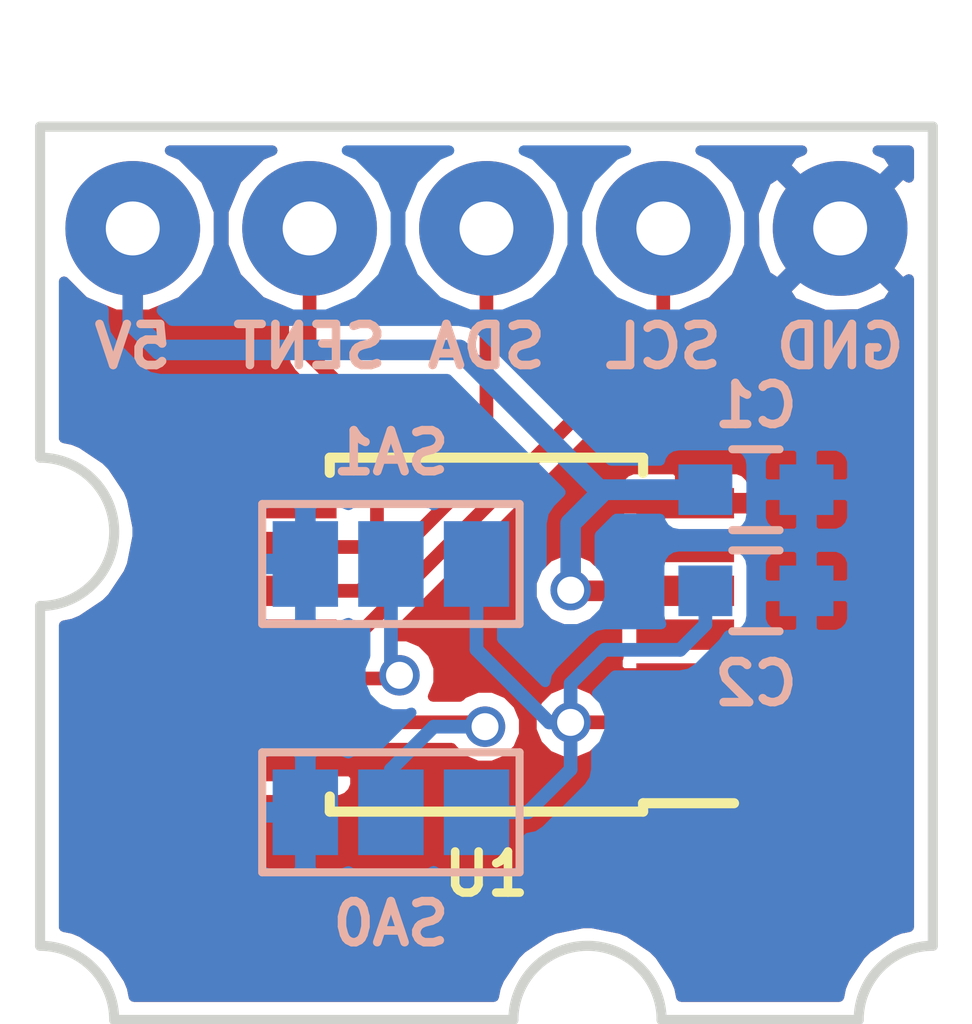
<source format=kicad_pcb>
(kicad_pcb (version 4) (host pcbnew 4.0.4+e1-6308~48~ubuntu15.10.1-stable)

  (general
    (links 19)
    (no_connects 0)
    (area 142.576562 95.7418 157.173439 111.085001)
    (thickness 1)
    (drawings 10)
    (tracks 47)
    (zones 0)
    (modules 10)
    (nets 9)
  )

  (page A4)
  (layers
    (0 F.Cu mixed)
    (31 B.Cu mixed)
    (32 B.Adhes user)
    (33 F.Adhes user)
    (34 B.Paste user)
    (35 F.Paste user)
    (36 B.SilkS user)
    (37 F.SilkS user)
    (38 B.Mask user)
    (39 F.Mask user)
    (40 Dwgs.User user)
    (41 Cmts.User user)
    (42 Eco1.User user)
    (43 Eco2.User user)
    (44 Edge.Cuts user)
    (45 Margin user)
    (46 B.CrtYd user)
    (47 F.CrtYd user)
    (48 B.Fab user)
    (49 F.Fab user)
  )

  (setup
    (last_trace_width 0.2032)
    (trace_clearance 0.2032)
    (zone_clearance 0.2032)
    (zone_45_only no)
    (trace_min 0.2)
    (segment_width 0.2)
    (edge_width 0.15)
    (via_size 0.6)
    (via_drill 0.4)
    (via_min_size 0.4)
    (via_min_drill 0.3)
    (uvia_size 0.3)
    (uvia_drill 0.1)
    (uvias_allowed no)
    (uvia_min_size 0)
    (uvia_min_drill 0)
    (pcb_text_width 0.3)
    (pcb_text_size 1.5 1.5)
    (mod_edge_width 0.15)
    (mod_text_size 0.6096 0.6096)
    (mod_text_width 0.127)
    (pad_size 1.524 1.524)
    (pad_drill 0.762)
    (pad_to_mask_clearance 0.1016)
    (solder_mask_min_width 0.32)
    (pad_to_paste_clearance -0.0762)
    (aux_axis_origin 143.25 97.76)
    (grid_origin 143.25 97.76)
    (visible_elements FFFEFF7F)
    (pcbplotparams
      (layerselection 0x00030_80000001)
      (usegerberextensions false)
      (excludeedgelayer true)
      (linewidth 0.100000)
      (plotframeref false)
      (viasonmask false)
      (mode 1)
      (useauxorigin false)
      (hpglpennumber 1)
      (hpglpenspeed 20)
      (hpglpendiameter 15)
      (hpglpenoverlay 2)
      (psnegative false)
      (psa4output false)
      (plotreference true)
      (plotvalue true)
      (plotinvisibletext false)
      (padsonsilk false)
      (subtractmaskfromsilk false)
      (outputformat 1)
      (mirror false)
      (drillshape 1)
      (scaleselection 1)
      (outputdirectory ""))
  )

  (net 0 "")
  (net 1 "Net-(J2-Pad1)")
  (net 2 "Net-(J3-Pad1)")
  (net 3 "Net-(J4-Pad1)")
  (net 4 GND)
  (net 5 +5V)
  (net 6 "Net-(C2-Pad1)")
  (net 7 "Net-(J6-Pad2)")
  (net 8 "Net-(J7-Pad2)")

  (net_class Default "This is the default net class."
    (clearance 0.2032)
    (trace_width 0.2032)
    (via_dia 0.6)
    (via_drill 0.4)
    (uvia_dia 0.3)
    (uvia_drill 0.1)
    (add_net "Net-(C2-Pad1)")
    (add_net "Net-(J2-Pad1)")
    (add_net "Net-(J3-Pad1)")
    (add_net "Net-(J4-Pad1)")
    (add_net "Net-(J6-Pad2)")
    (add_net "Net-(J7-Pad2)")
  )

  (net_class PWR ""
    (clearance 0.2032)
    (trace_width 0.3048)
    (via_dia 0.6)
    (via_drill 0.4)
    (uvia_dia 0.3)
    (uvia_drill 0.1)
    (add_net +5V)
    (add_net GND)
  )

  (module Wire_Pads:SolderWirePad_single_0-8mmDrill (layer B.Cu) (tedit 594F33FF) (tstamp 594A8135)
    (at 144.625 99.27)
    (path /594A81BD)
    (fp_text reference 5V (at 0 1.75) (layer B.SilkS)
      (effects (font (size 0.6096 0.6096) (thickness 0.127)) (justify mirror))
    )
    (fp_text value 5V (at 0 -2.54) (layer B.Fab)
      (effects (font (size 1 1) (thickness 0.15)) (justify mirror))
    )
    (pad 1 thru_hole circle (at 0 0) (size 1.99898 1.99898) (drill 0.8001) (layers *.Cu *.Mask)
      (net 5 +5V))
  )

  (module Wire_Pads:SolderWirePad_single_0-8mmDrill (layer B.Cu) (tedit 594F33E5) (tstamp 594A813A)
    (at 149.875 99.27)
    (path /5949AA76)
    (fp_text reference SDA (at 0 1.75) (layer B.SilkS)
      (effects (font (size 0.6096 0.6096) (thickness 0.127)) (justify mirror))
    )
    (fp_text value SDA (at 0 -2.54) (layer B.Fab)
      (effects (font (size 1 1) (thickness 0.15)) (justify mirror))
    )
    (pad 1 thru_hole circle (at 0 0) (size 1.99898 1.99898) (drill 0.8001) (layers *.Cu *.Mask)
      (net 1 "Net-(J2-Pad1)"))
  )

  (module Wire_Pads:SolderWirePad_single_0-8mmDrill (layer B.Cu) (tedit 594F33F6) (tstamp 594A813F)
    (at 152.5 99.27)
    (path /594A81EA)
    (fp_text reference SCL (at 0 1.75) (layer B.SilkS)
      (effects (font (size 0.6096 0.6096) (thickness 0.127)) (justify mirror))
    )
    (fp_text value SCL (at 0 -2.54) (layer B.Fab)
      (effects (font (size 1 1) (thickness 0.15)) (justify mirror))
    )
    (pad 1 thru_hole circle (at 0 0) (size 1.99898 1.99898) (drill 0.8001) (layers *.Cu *.Mask)
      (net 2 "Net-(J3-Pad1)"))
  )

  (module Wire_Pads:SolderWirePad_single_0-8mmDrill (layer B.Cu) (tedit 594F33D3) (tstamp 594A8144)
    (at 147.25 99.27)
    (path /594A8210)
    (fp_text reference SENT (at 0 1.75) (layer B.SilkS)
      (effects (font (size 0.6096 0.6096) (thickness 0.127)) (justify mirror))
    )
    (fp_text value SENT (at 0 -2.54) (layer B.Fab)
      (effects (font (size 1 1) (thickness 0.15)) (justify mirror))
    )
    (pad 1 thru_hole circle (at 0 0) (size 1.99898 1.99898) (drill 0.8001) (layers *.Cu *.Mask)
      (net 3 "Net-(J4-Pad1)"))
  )

  (module Wire_Pads:SolderWirePad_single_0-8mmDrill (layer B.Cu) (tedit 594F33BA) (tstamp 594A8149)
    (at 155.125 99.27)
    (path /594A823F)
    (fp_text reference GND (at 0 1.75) (layer B.SilkS)
      (effects (font (size 0.6096 0.6096) (thickness 0.127)) (justify mirror))
    )
    (fp_text value GND (at 0 -2.54) (layer B.Fab)
      (effects (font (size 1 1) (thickness 0.15)) (justify mirror))
    )
    (pad 1 thru_hole circle (at 0 0) (size 1.99898 1.99898) (drill 0.8001) (layers *.Cu *.Mask)
      (net 4 GND))
  )

  (module Housings_SSOP:TSSOP-14_4.4x5mm_Pitch0.65mm (layer F.Cu) (tedit 54130A77) (tstamp 594A8160)
    (at 149.875 105.295 180)
    (descr "14-Lead Plastic Thin Shrink Small Outline (ST)-4.4 mm Body [TSSOP] (see Microchip Packaging Specification 00000049BS.pdf)")
    (tags "SSOP 0.65")
    (path /594A7FD0)
    (attr smd)
    (fp_text reference U1 (at 0 -3.55 180) (layer F.SilkS)
      (effects (font (size 0.6096 0.6096) (thickness 0.127)))
    )
    (fp_text value Generic_TSSOP-14 (at 0 3.55 180) (layer F.Fab)
      (effects (font (size 1 1) (thickness 0.15)))
    )
    (fp_line (start -1.2 -2.5) (end 2.2 -2.5) (layer F.Fab) (width 0.15))
    (fp_line (start 2.2 -2.5) (end 2.2 2.5) (layer F.Fab) (width 0.15))
    (fp_line (start 2.2 2.5) (end -2.2 2.5) (layer F.Fab) (width 0.15))
    (fp_line (start -2.2 2.5) (end -2.2 -1.5) (layer F.Fab) (width 0.15))
    (fp_line (start -2.2 -1.5) (end -1.2 -2.5) (layer F.Fab) (width 0.15))
    (fp_line (start -3.95 -2.8) (end -3.95 2.8) (layer F.CrtYd) (width 0.05))
    (fp_line (start 3.95 -2.8) (end 3.95 2.8) (layer F.CrtYd) (width 0.05))
    (fp_line (start -3.95 -2.8) (end 3.95 -2.8) (layer F.CrtYd) (width 0.05))
    (fp_line (start -3.95 2.8) (end 3.95 2.8) (layer F.CrtYd) (width 0.05))
    (fp_line (start -2.325 -2.625) (end -2.325 -2.5) (layer F.SilkS) (width 0.15))
    (fp_line (start 2.325 -2.625) (end 2.325 -2.4) (layer F.SilkS) (width 0.15))
    (fp_line (start 2.325 2.625) (end 2.325 2.4) (layer F.SilkS) (width 0.15))
    (fp_line (start -2.325 2.625) (end -2.325 2.4) (layer F.SilkS) (width 0.15))
    (fp_line (start -2.325 -2.625) (end 2.325 -2.625) (layer F.SilkS) (width 0.15))
    (fp_line (start -2.325 2.625) (end 2.325 2.625) (layer F.SilkS) (width 0.15))
    (fp_line (start -2.325 -2.5) (end -3.675 -2.5) (layer F.SilkS) (width 0.15))
    (fp_text user %R (at 0 0 180) (layer F.Fab)
      (effects (font (size 0.8 0.8) (thickness 0.15)))
    )
    (pad 1 smd rect (at -2.95 -1.95 180) (size 1.45 0.45) (layers F.Cu F.Paste F.Mask)
      (net 4 GND))
    (pad 2 smd rect (at -2.95 -1.3 180) (size 1.45 0.45) (layers F.Cu F.Paste F.Mask)
      (net 6 "Net-(C2-Pad1)"))
    (pad 3 smd rect (at -2.95 -0.65 180) (size 1.45 0.45) (layers F.Cu F.Paste F.Mask)
      (net 4 GND))
    (pad 4 smd rect (at -2.95 0 180) (size 1.45 0.45) (layers F.Cu F.Paste F.Mask))
    (pad 5 smd rect (at -2.95 0.65 180) (size 1.45 0.45) (layers F.Cu F.Paste F.Mask)
      (net 5 +5V))
    (pad 6 smd rect (at -2.95 1.3 180) (size 1.45 0.45) (layers F.Cu F.Paste F.Mask))
    (pad 7 smd rect (at -2.95 1.95 180) (size 1.45 0.45) (layers F.Cu F.Paste F.Mask)
      (net 4 GND))
    (pad 8 smd rect (at 2.95 1.95 180) (size 1.45 0.45) (layers F.Cu F.Paste F.Mask)
      (net 4 GND))
    (pad 9 smd rect (at 2.95 1.3 180) (size 1.45 0.45) (layers F.Cu F.Paste F.Mask)
      (net 3 "Net-(J4-Pad1)"))
    (pad 10 smd rect (at 2.95 0.65 180) (size 1.45 0.45) (layers F.Cu F.Paste F.Mask)
      (net 1 "Net-(J2-Pad1)"))
    (pad 11 smd rect (at 2.95 0 180) (size 1.45 0.45) (layers F.Cu F.Paste F.Mask)
      (net 2 "Net-(J3-Pad1)"))
    (pad 12 smd rect (at 2.95 -0.65 180) (size 1.45 0.45) (layers F.Cu F.Paste F.Mask)
      (net 8 "Net-(J7-Pad2)"))
    (pad 13 smd rect (at 2.95 -1.3 180) (size 1.45 0.45) (layers F.Cu F.Paste F.Mask)
      (net 7 "Net-(J6-Pad2)"))
    (pad 14 smd rect (at 2.95 -1.95 180) (size 1.45 0.45) (layers F.Cu F.Paste F.Mask)
      (net 4 GND))
    (model ${KISYS3DMOD}/Housings_SSOP.3dshapes/TSSOP-14_4.4x5mm_Pitch0.65mm.wrl
      (at (xyz 0 0 0))
      (scale (xyz 1 1 1))
      (rotate (xyz 0 0 0))
    )
  )

  (module Capacitors_SMD:C_0603 (layer B.Cu) (tedit 594F32B5) (tstamp 594F80B6)
    (at 153.875 103.145)
    (descr "Capacitor SMD 0603, reflow soldering, AVX (see smccp.pdf)")
    (tags "capacitor 0603")
    (path /594F29FA)
    (attr smd)
    (fp_text reference C1 (at 0 -1.25) (layer B.SilkS)
      (effects (font (size 0.6096 0.6096) (thickness 0.127)) (justify mirror))
    )
    (fp_text value 100n (at 0 -1.5) (layer B.Fab)
      (effects (font (size 1 1) (thickness 0.15)) (justify mirror))
    )
    (fp_text user %R (at 0 1.5) (layer B.Fab)
      (effects (font (size 1 1) (thickness 0.15)) (justify mirror))
    )
    (fp_line (start -0.8 -0.4) (end -0.8 0.4) (layer B.Fab) (width 0.1))
    (fp_line (start 0.8 -0.4) (end -0.8 -0.4) (layer B.Fab) (width 0.1))
    (fp_line (start 0.8 0.4) (end 0.8 -0.4) (layer B.Fab) (width 0.1))
    (fp_line (start -0.8 0.4) (end 0.8 0.4) (layer B.Fab) (width 0.1))
    (fp_line (start -0.35 0.6) (end 0.35 0.6) (layer B.SilkS) (width 0.12))
    (fp_line (start 0.35 -0.6) (end -0.35 -0.6) (layer B.SilkS) (width 0.12))
    (fp_line (start -1.4 0.65) (end 1.4 0.65) (layer B.CrtYd) (width 0.05))
    (fp_line (start -1.4 0.65) (end -1.4 -0.65) (layer B.CrtYd) (width 0.05))
    (fp_line (start 1.4 -0.65) (end 1.4 0.65) (layer B.CrtYd) (width 0.05))
    (fp_line (start 1.4 -0.65) (end -1.4 -0.65) (layer B.CrtYd) (width 0.05))
    (pad 1 smd rect (at -0.75 0) (size 0.8 0.75) (layers B.Cu B.Paste B.Mask)
      (net 5 +5V))
    (pad 2 smd rect (at 0.75 0) (size 0.8 0.75) (layers B.Cu B.Paste B.Mask)
      (net 4 GND))
    (model Capacitors_SMD.3dshapes/C_0603.wrl
      (at (xyz 0 0 0))
      (scale (xyz 1 1 1))
      (rotate (xyz 0 0 0))
    )
  )

  (module Capacitors_SMD:C_0603 (layer B.Cu) (tedit 594F32C6) (tstamp 594F80BC)
    (at 153.875 104.645)
    (descr "Capacitor SMD 0603, reflow soldering, AVX (see smccp.pdf)")
    (tags "capacitor 0603")
    (path /594F23C2)
    (attr smd)
    (fp_text reference C2 (at 0 1.375) (layer B.SilkS)
      (effects (font (size 0.6096 0.6096) (thickness 0.127)) (justify mirror))
    )
    (fp_text value 100n (at 0 -1.5) (layer B.Fab)
      (effects (font (size 1 1) (thickness 0.15)) (justify mirror))
    )
    (fp_text user %R (at 0 1.5) (layer B.Fab)
      (effects (font (size 1 1) (thickness 0.15)) (justify mirror))
    )
    (fp_line (start -0.8 -0.4) (end -0.8 0.4) (layer B.Fab) (width 0.1))
    (fp_line (start 0.8 -0.4) (end -0.8 -0.4) (layer B.Fab) (width 0.1))
    (fp_line (start 0.8 0.4) (end 0.8 -0.4) (layer B.Fab) (width 0.1))
    (fp_line (start -0.8 0.4) (end 0.8 0.4) (layer B.Fab) (width 0.1))
    (fp_line (start -0.35 0.6) (end 0.35 0.6) (layer B.SilkS) (width 0.12))
    (fp_line (start 0.35 -0.6) (end -0.35 -0.6) (layer B.SilkS) (width 0.12))
    (fp_line (start -1.4 0.65) (end 1.4 0.65) (layer B.CrtYd) (width 0.05))
    (fp_line (start -1.4 0.65) (end -1.4 -0.65) (layer B.CrtYd) (width 0.05))
    (fp_line (start 1.4 -0.65) (end 1.4 0.65) (layer B.CrtYd) (width 0.05))
    (fp_line (start 1.4 -0.65) (end -1.4 -0.65) (layer B.CrtYd) (width 0.05))
    (pad 1 smd rect (at -0.75 0) (size 0.8 0.75) (layers B.Cu B.Paste B.Mask)
      (net 6 "Net-(C2-Pad1)"))
    (pad 2 smd rect (at 0.75 0) (size 0.8 0.75) (layers B.Cu B.Paste B.Mask)
      (net 4 GND))
    (model Capacitors_SMD.3dshapes/C_0603.wrl
      (at (xyz 0 0 0))
      (scale (xyz 1 1 1))
      (rotate (xyz 0 0 0))
    )
  )

  (module Connectors:GS3 (layer B.Cu) (tedit 5952D390) (tstamp 594F80C3)
    (at 148.457 107.93 270)
    (descr "3-pin solder bridge")
    (tags "solder bridge")
    (path /594F2E78)
    (attr smd)
    (fp_text reference SA0 (at 1.651 0 360) (layer B.SilkS)
      (effects (font (size 0.6096 0.6096) (thickness 0.127)) (justify mirror))
    )
    (fp_text value GS3 (at 1.8 0 540) (layer B.Fab)
      (effects (font (size 1 1) (thickness 0.15)) (justify mirror))
    )
    (fp_line (start -1.15 2.15) (end 1.15 2.15) (layer B.CrtYd) (width 0.05))
    (fp_line (start 1.15 2.15) (end 1.15 -2.15) (layer B.CrtYd) (width 0.05))
    (fp_line (start 1.15 -2.15) (end -1.15 -2.15) (layer B.CrtYd) (width 0.05))
    (fp_line (start -1.15 -2.15) (end -1.15 2.15) (layer B.CrtYd) (width 0.05))
    (fp_line (start -0.89 1.91) (end -0.89 -1.91) (layer B.SilkS) (width 0.12))
    (fp_line (start -0.89 -1.91) (end 0.89 -1.91) (layer B.SilkS) (width 0.12))
    (fp_line (start 0.89 -1.91) (end 0.89 1.91) (layer B.SilkS) (width 0.12))
    (fp_line (start -0.89 1.91) (end 0.89 1.91) (layer B.SilkS) (width 0.12))
    (pad 1 smd rect (at 0 1.27 270) (size 1.27 0.97) (layers B.Cu B.Paste B.Mask)
      (net 4 GND))
    (pad 2 smd rect (at 0 0 270) (size 1.27 0.97) (layers B.Cu B.Paste B.Mask)
      (net 7 "Net-(J6-Pad2)"))
    (pad 3 smd rect (at 0 -1.27 270) (size 1.27 0.97) (layers B.Cu B.Paste B.Mask)
      (net 6 "Net-(C2-Pad1)"))
  )

  (module Connectors:GS3 (layer B.Cu) (tedit 5952D3C5) (tstamp 594F80CA)
    (at 148.457 104.247 270)
    (descr "3-pin solder bridge")
    (tags "solder bridge")
    (path /594F2F74)
    (attr smd)
    (fp_text reference SA1 (at -1.651 0 360) (layer B.SilkS)
      (effects (font (size 0.6096 0.6096) (thickness 0.127)) (justify mirror))
    )
    (fp_text value GS3 (at 1.8 0 540) (layer B.Fab)
      (effects (font (size 1 1) (thickness 0.15)) (justify mirror))
    )
    (fp_line (start -1.15 2.15) (end 1.15 2.15) (layer B.CrtYd) (width 0.05))
    (fp_line (start 1.15 2.15) (end 1.15 -2.15) (layer B.CrtYd) (width 0.05))
    (fp_line (start 1.15 -2.15) (end -1.15 -2.15) (layer B.CrtYd) (width 0.05))
    (fp_line (start -1.15 -2.15) (end -1.15 2.15) (layer B.CrtYd) (width 0.05))
    (fp_line (start -0.89 1.91) (end -0.89 -1.91) (layer B.SilkS) (width 0.12))
    (fp_line (start -0.89 -1.91) (end 0.89 -1.91) (layer B.SilkS) (width 0.12))
    (fp_line (start 0.89 -1.91) (end 0.89 1.91) (layer B.SilkS) (width 0.12))
    (fp_line (start -0.89 1.91) (end 0.89 1.91) (layer B.SilkS) (width 0.12))
    (pad 1 smd rect (at 0 1.27 270) (size 1.27 0.97) (layers B.Cu B.Paste B.Mask)
      (net 4 GND))
    (pad 2 smd rect (at 0 0 270) (size 1.27 0.97) (layers B.Cu B.Paste B.Mask)
      (net 8 "Net-(J7-Pad2)"))
    (pad 3 smd rect (at 0 -1.27 270) (size 1.27 0.97) (layers B.Cu B.Paste B.Mask)
      (net 6 "Net-(C2-Pad1)"))
  )

  (gr_line (start 155.4 111.01) (end 152.475 111.01) (angle 90) (layer Edge.Cuts) (width 0.15))
  (gr_arc (start 151.375 111.01) (end 150.275 111.01) (angle 180) (layer Edge.Cuts) (width 0.15))
  (gr_arc (start 156.5 111.01) (end 155.4 111.01) (angle 90) (layer Edge.Cuts) (width 0.15))
  (gr_arc (start 143.25 111.01) (end 143.25 109.91) (angle 90) (layer Edge.Cuts) (width 0.15))
  (gr_line (start 143.25 97.76) (end 143.25 102.67) (angle 90) (layer Edge.Cuts) (width 0.15))
  (gr_arc (start 143.25 103.77) (end 143.25 102.67) (angle 180) (layer Edge.Cuts) (width 0.15))
  (gr_line (start 143.25 109.91) (end 143.25 104.87) (angle 90) (layer Edge.Cuts) (width 0.15))
  (gr_line (start 150.275 111.01) (end 144.35 111.01) (angle 90) (layer Edge.Cuts) (width 0.15))
  (gr_line (start 156.5 97.76) (end 156.5 109.91) (angle 90) (layer Edge.Cuts) (width 0.15))
  (gr_line (start 143.25 97.76) (end 156.5 97.76) (angle 90) (layer Edge.Cuts) (width 0.15))

  (segment (start 146.925 104.645) (end 148 104.645) (width 0.2032) (layer F.Cu) (net 1))
  (segment (start 149.875 102.77) (end 149.875 99.27) (width 0.2032) (layer F.Cu) (net 1) (tstamp 5952CF5D))
  (segment (start 148 104.645) (end 149.875 102.77) (width 0.2032) (layer F.Cu) (net 1) (tstamp 5952CF59))
  (segment (start 146.925 105.295) (end 147.975 105.295) (width 0.2032) (layer F.Cu) (net 2))
  (segment (start 152.5 100.77) (end 152.5 99.27) (width 0.2032) (layer F.Cu) (net 2) (tstamp 5952CF85))
  (segment (start 147.975 105.295) (end 152.5 100.77) (width 0.2032) (layer F.Cu) (net 2) (tstamp 5952CF7B))
  (segment (start 146.925 103.995) (end 148.025 103.995) (width 0.2032) (layer F.Cu) (net 3))
  (segment (start 147.25 101.145) (end 147.25 99.27) (width 0.2032) (layer F.Cu) (net 3) (tstamp 5952CE8D))
  (segment (start 148.25 102.145) (end 147.25 101.145) (width 0.2032) (layer F.Cu) (net 3) (tstamp 5952CE88))
  (segment (start 148.25 103.77) (end 148.25 102.145) (width 0.2032) (layer F.Cu) (net 3) (tstamp 5952CE81))
  (segment (start 148.025 103.995) (end 148.25 103.77) (width 0.2032) (layer F.Cu) (net 3) (tstamp 5952CE7C))
  (segment (start 153.125 103.145) (end 151.546 103.145) (width 0.3048) (layer B.Cu) (net 5))
  (segment (start 144.625 100.669) (end 144.625 99.27) (width 0.3048) (layer B.Cu) (net 5) (tstamp 594F841B))
  (segment (start 145.028 101.072) (end 144.625 100.669) (width 0.3048) (layer B.Cu) (net 5) (tstamp 594F841A))
  (segment (start 149.473 101.072) (end 145.028 101.072) (width 0.3048) (layer B.Cu) (net 5) (tstamp 594F8418))
  (segment (start 151.546 103.145) (end 149.473 101.072) (width 0.3048) (layer B.Cu) (net 5) (tstamp 594F8416))
  (segment (start 151.125 104.635) (end 151.125 103.645) (width 0.3048) (layer B.Cu) (net 5))
  (segment (start 152.825 104.645) (end 151.135 104.645) (width 0.3048) (layer F.Cu) (net 5))
  (segment (start 151.135 104.645) (end 151.125 104.635) (width 0.3048) (layer F.Cu) (net 5) (tstamp 594F82BF))
  (via (at 151.125 104.635) (size 0.6) (drill 0.4) (layers F.Cu B.Cu) (net 5))
  (segment (start 151.625 103.145) (end 153.125 103.145) (width 0.3048) (layer B.Cu) (net 5) (tstamp 594F837B))
  (segment (start 151.125 103.645) (end 151.625 103.145) (width 0.3048) (layer B.Cu) (net 5) (tstamp 594F837A))
  (segment (start 151.124 106.5965) (end 150.8065 106.5965) (width 0.2032) (layer B.Cu) (net 6))
  (segment (start 149.727 105.517) (end 149.727 104.247) (width 0.2032) (layer B.Cu) (net 6) (tstamp 5952D2C2))
  (segment (start 150.8065 106.5965) (end 149.727 105.517) (width 0.2032) (layer B.Cu) (net 6) (tstamp 5952D2BB))
  (segment (start 151.124 106.5965) (end 151.124 107.295) (width 0.2032) (layer B.Cu) (net 6))
  (segment (start 150.489 107.93) (end 149.727 107.93) (width 0.2032) (layer B.Cu) (net 6) (tstamp 5952D297))
  (segment (start 151.124 107.295) (end 150.489 107.93) (width 0.2032) (layer B.Cu) (net 6) (tstamp 5952D290))
  (segment (start 151.124 106.5965) (end 151.124 106.021) (width 0.2032) (layer B.Cu) (net 6))
  (segment (start 151.1255 106.595) (end 151.124 106.5965) (width 0.2032) (layer F.Cu) (net 6) (tstamp 594F8306))
  (via (at 151.124 106.5965) (size 0.6) (drill 0.4) (layers F.Cu B.Cu) (net 6))
  (segment (start 152.825 106.595) (end 151.1255 106.595) (width 0.2032) (layer F.Cu) (net 6))
  (segment (start 153.125 105.145) (end 153.125 104.645) (width 0.2032) (layer B.Cu) (net 6) (tstamp 594F8377))
  (segment (start 152.75 105.52) (end 153.125 105.145) (width 0.2032) (layer B.Cu) (net 6) (tstamp 594F8376))
  (segment (start 151.625 105.52) (end 152.75 105.52) (width 0.2032) (layer B.Cu) (net 6) (tstamp 594F8375))
  (segment (start 151.124 106.021) (end 151.625 105.52) (width 0.2032) (layer B.Cu) (net 6) (tstamp 594F8374))
  (segment (start 148.457 107.93) (end 148.457 107.295) (width 0.2032) (layer B.Cu) (net 7))
  (segment (start 148.457 107.295) (end 149.092 106.66) (width 0.2032) (layer B.Cu) (net 7) (tstamp 5952D2C8))
  (segment (start 149.092 106.66) (end 149.854 106.66) (width 0.2032) (layer B.Cu) (net 7) (tstamp 5952D2D3))
  (via (at 149.854 106.66) (size 0.6) (drill 0.4) (layers F.Cu B.Cu) (net 7))
  (segment (start 149.854 106.66) (end 149.789 106.595) (width 0.2032) (layer F.Cu) (net 7) (tstamp 5952D2DA))
  (segment (start 149.789 106.595) (end 146.925 106.595) (width 0.2032) (layer F.Cu) (net 7) (tstamp 5952D2DB))
  (segment (start 148.457 104.247) (end 148.457 105.771) (width 0.2032) (layer B.Cu) (net 8))
  (segment (start 148.537 105.945) (end 146.925 105.945) (width 0.2032) (layer F.Cu) (net 8) (tstamp 5952D2F3))
  (segment (start 148.584 105.898) (end 148.537 105.945) (width 0.2032) (layer F.Cu) (net 8) (tstamp 5952D2F2))
  (via (at 148.584 105.898) (size 0.6) (drill 0.4) (layers F.Cu B.Cu) (net 8))
  (segment (start 148.457 105.771) (end 148.584 105.898) (width 0.2032) (layer B.Cu) (net 8) (tstamp 5952D2E3))

  (zone (net 4) (net_name GND) (layer F.Cu) (tstamp 594F8481) (hatch edge 0.508)
    (connect_pads (clearance 0.2032))
    (min_thickness 0.1524)
    (fill yes (arc_segments 16) (thermal_gap 0.2032) (thermal_bridge_width 0.3048))
    (polygon
      (pts
        (xy 156.5 111.02) (xy 143.25 111.02) (xy 143.25 97.77) (xy 156.5 97.77)
      )
    )
    (filled_polygon
      (pts
        (xy 146.526513 98.185178) (xy 146.166442 98.544621) (xy 145.971332 99.014497) (xy 145.970888 99.523271) (xy 146.165178 99.993487)
        (xy 146.524621 100.353558) (xy 146.869 100.496557) (xy 146.869 101.145) (xy 146.898002 101.290803) (xy 146.980592 101.414408)
        (xy 147.869 102.302815) (xy 147.869 102.943869) (xy 147.808267 102.883136) (xy 147.705576 102.8406) (xy 147.07105 102.8406)
        (xy 147.0012 102.91045) (xy 147.0012 103.2688) (xy 147.0212 103.2688) (xy 147.0212 103.4212) (xy 147.0012 103.4212)
        (xy 147.0012 103.4412) (xy 146.8488 103.4412) (xy 146.8488 103.4212) (xy 145.99045 103.4212) (xy 145.9206 103.49105)
        (xy 145.9206 103.625576) (xy 145.936567 103.664124) (xy 145.915127 103.77) (xy 145.915127 104.22) (xy 145.934609 104.323539)
        (xy 145.934648 104.3236) (xy 145.915127 104.42) (xy 145.915127 104.87) (xy 145.934609 104.973539) (xy 145.934648 104.9736)
        (xy 145.915127 105.07) (xy 145.915127 105.52) (xy 145.934609 105.623539) (xy 145.934648 105.6236) (xy 145.915127 105.72)
        (xy 145.915127 106.17) (xy 145.934609 106.273539) (xy 145.934648 106.2736) (xy 145.915127 106.37) (xy 145.915127 106.82)
        (xy 145.934609 106.923539) (xy 145.936389 106.926306) (xy 145.9206 106.964424) (xy 145.9206 107.09895) (xy 145.99045 107.1688)
        (xy 146.8488 107.1688) (xy 146.8488 107.1488) (xy 147.0012 107.1488) (xy 147.0012 107.1688) (xy 147.85955 107.1688)
        (xy 147.9294 107.09895) (xy 147.9294 106.976) (xy 149.357657 106.976) (xy 149.362522 106.987775) (xy 149.525368 107.150905)
        (xy 149.738245 107.239299) (xy 149.968744 107.2395) (xy 150.181775 107.151478) (xy 150.344905 106.988632) (xy 150.433299 106.775755)
        (xy 150.433355 106.711244) (xy 150.5445 106.711244) (xy 150.632522 106.924275) (xy 150.795368 107.087405) (xy 151.008245 107.175799)
        (xy 151.238744 107.176) (xy 151.451775 107.087978) (xy 151.563948 106.976) (xy 151.8206 106.976) (xy 151.8206 107.09895)
        (xy 151.89045 107.1688) (xy 152.7488 107.1688) (xy 152.7488 107.1488) (xy 152.9012 107.1488) (xy 152.9012 107.1688)
        (xy 153.75955 107.1688) (xy 153.8294 107.09895) (xy 153.8294 106.964424) (xy 153.813433 106.925876) (xy 153.834873 106.82)
        (xy 153.834873 106.37) (xy 153.815391 106.266461) (xy 153.813611 106.263694) (xy 153.8294 106.225576) (xy 153.8294 106.09105)
        (xy 153.75955 106.0212) (xy 152.9012 106.0212) (xy 152.9012 106.0412) (xy 152.7488 106.0412) (xy 152.7488 106.0212)
        (xy 151.89045 106.0212) (xy 151.8206 106.09105) (xy 151.8206 106.214) (xy 151.560848 106.214) (xy 151.452632 106.105595)
        (xy 151.239755 106.017201) (xy 151.009256 106.017) (xy 150.796225 106.105022) (xy 150.633095 106.267868) (xy 150.544701 106.480745)
        (xy 150.5445 106.711244) (xy 150.433355 106.711244) (xy 150.4335 106.545256) (xy 150.345478 106.332225) (xy 150.182632 106.169095)
        (xy 149.969755 106.080701) (xy 149.739256 106.0805) (xy 149.526225 106.168522) (xy 149.480668 106.214) (xy 149.08015 106.214)
        (xy 149.163299 106.013755) (xy 149.1635 105.783256) (xy 149.075478 105.570225) (xy 148.912632 105.407095) (xy 148.699755 105.318701)
        (xy 148.490298 105.318518) (xy 149.059071 104.749744) (xy 150.5455 104.749744) (xy 150.633522 104.962775) (xy 150.796368 105.125905)
        (xy 151.009245 105.214299) (xy 151.239744 105.2145) (xy 151.452775 105.126478) (xy 151.50254 105.0768) (xy 151.815127 105.0768)
        (xy 151.815127 105.52) (xy 151.834609 105.623539) (xy 151.836389 105.626306) (xy 151.8206 105.664424) (xy 151.8206 105.79895)
        (xy 151.89045 105.8688) (xy 152.7488 105.8688) (xy 152.7488 105.8488) (xy 152.9012 105.8488) (xy 152.9012 105.8688)
        (xy 153.75955 105.8688) (xy 153.8294 105.79895) (xy 153.8294 105.664424) (xy 153.813433 105.625876) (xy 153.834873 105.52)
        (xy 153.834873 105.07) (xy 153.815391 104.966461) (xy 153.815352 104.9664) (xy 153.834873 104.87) (xy 153.834873 104.42)
        (xy 153.815391 104.316461) (xy 153.815352 104.3164) (xy 153.834873 104.22) (xy 153.834873 103.77) (xy 153.815391 103.666461)
        (xy 153.813611 103.663694) (xy 153.8294 103.625576) (xy 153.8294 103.49105) (xy 153.75955 103.4212) (xy 152.9012 103.4212)
        (xy 152.9012 103.4412) (xy 152.7488 103.4412) (xy 152.7488 103.4212) (xy 151.89045 103.4212) (xy 151.8206 103.49105)
        (xy 151.8206 103.625576) (xy 151.836567 103.664124) (xy 151.815127 103.77) (xy 151.815127 104.2132) (xy 151.522617 104.2132)
        (xy 151.453632 104.144095) (xy 151.240755 104.055701) (xy 151.010256 104.0555) (xy 150.797225 104.143522) (xy 150.634095 104.306368)
        (xy 150.545701 104.519245) (xy 150.5455 104.749744) (xy 149.059071 104.749744) (xy 150.744391 103.064424) (xy 151.8206 103.064424)
        (xy 151.8206 103.19895) (xy 151.89045 103.2688) (xy 152.7488 103.2688) (xy 152.7488 102.91045) (xy 152.9012 102.91045)
        (xy 152.9012 103.2688) (xy 153.75955 103.2688) (xy 153.8294 103.19895) (xy 153.8294 103.064424) (xy 153.786864 102.961733)
        (xy 153.708267 102.883136) (xy 153.605576 102.8406) (xy 152.97105 102.8406) (xy 152.9012 102.91045) (xy 152.7488 102.91045)
        (xy 152.67895 102.8406) (xy 152.044424 102.8406) (xy 151.941733 102.883136) (xy 151.863136 102.961733) (xy 151.8206 103.064424)
        (xy 150.744391 103.064424) (xy 152.769405 101.03941) (xy 152.769408 101.039408) (xy 152.851998 100.915802) (xy 152.881 100.77)
        (xy 152.881 100.496335) (xy 153.223487 100.354822) (xy 153.383735 100.194853) (xy 154.30791 100.194853) (xy 154.421517 100.3679)
        (xy 154.895214 100.553539) (xy 155.403895 100.54377) (xy 155.828483 100.3679) (xy 155.94209 100.194853) (xy 155.125 99.377763)
        (xy 154.30791 100.194853) (xy 153.383735 100.194853) (xy 153.583558 99.995379) (xy 153.778668 99.525503) (xy 153.779091 99.040214)
        (xy 153.841461 99.040214) (xy 153.85123 99.548895) (xy 154.0271 99.973483) (xy 154.200147 100.08709) (xy 155.017237 99.27)
        (xy 154.200147 98.45291) (xy 154.0271 98.566517) (xy 153.841461 99.040214) (xy 153.779091 99.040214) (xy 153.779112 99.016729)
        (xy 153.584822 98.546513) (xy 153.225379 98.186442) (xy 153.051883 98.1144) (xy 154.560817 98.1144) (xy 154.421517 98.1721)
        (xy 154.30791 98.345147) (xy 155.125 99.162237) (xy 155.94209 98.345147) (xy 155.828483 98.1721) (xy 155.681249 98.1144)
        (xy 156.1456 98.1144) (xy 156.1456 98.515769) (xy 156.049853 98.45291) (xy 155.232763 99.27) (xy 156.049853 100.08709)
        (xy 156.1456 100.024231) (xy 156.1456 109.629152) (xy 156.009908 109.656143) (xy 155.882154 109.70906) (xy 155.525289 109.94751)
        (xy 155.42751 110.045289) (xy 155.18906 110.402154) (xy 155.136143 110.529908) (xy 155.109152 110.6656) (xy 152.765848 110.6656)
        (xy 152.738857 110.529908) (xy 152.68594 110.402154) (xy 152.44749 110.045289) (xy 152.349711 109.94751) (xy 151.992846 109.70906)
        (xy 151.865092 109.656143) (xy 151.44414 109.57241) (xy 151.30586 109.57241) (xy 150.884908 109.656143) (xy 150.757154 109.70906)
        (xy 150.400289 109.94751) (xy 150.30251 110.045289) (xy 150.06406 110.402154) (xy 150.011143 110.529908) (xy 149.984152 110.6656)
        (xy 144.640848 110.6656) (xy 144.613857 110.529908) (xy 144.56094 110.402154) (xy 144.32249 110.045289) (xy 144.224711 109.94751)
        (xy 143.867846 109.70906) (xy 143.740092 109.656143) (xy 143.6044 109.629152) (xy 143.6044 107.39105) (xy 145.9206 107.39105)
        (xy 145.9206 107.525576) (xy 145.963136 107.628267) (xy 146.041733 107.706864) (xy 146.144424 107.7494) (xy 146.77895 107.7494)
        (xy 146.8488 107.67955) (xy 146.8488 107.3212) (xy 147.0012 107.3212) (xy 147.0012 107.67955) (xy 147.07105 107.7494)
        (xy 147.705576 107.7494) (xy 147.808267 107.706864) (xy 147.886864 107.628267) (xy 147.9294 107.525576) (xy 147.9294 107.39105)
        (xy 151.8206 107.39105) (xy 151.8206 107.525576) (xy 151.863136 107.628267) (xy 151.941733 107.706864) (xy 152.044424 107.7494)
        (xy 152.67895 107.7494) (xy 152.7488 107.67955) (xy 152.7488 107.3212) (xy 152.9012 107.3212) (xy 152.9012 107.67955)
        (xy 152.97105 107.7494) (xy 153.605576 107.7494) (xy 153.708267 107.706864) (xy 153.786864 107.628267) (xy 153.8294 107.525576)
        (xy 153.8294 107.39105) (xy 153.75955 107.3212) (xy 152.9012 107.3212) (xy 152.7488 107.3212) (xy 151.89045 107.3212)
        (xy 151.8206 107.39105) (xy 147.9294 107.39105) (xy 147.85955 107.3212) (xy 147.0012 107.3212) (xy 146.8488 107.3212)
        (xy 145.99045 107.3212) (xy 145.9206 107.39105) (xy 143.6044 107.39105) (xy 143.6044 105.160848) (xy 143.740092 105.133857)
        (xy 143.867846 105.08094) (xy 144.224711 104.84249) (xy 144.32249 104.744711) (xy 144.56094 104.387846) (xy 144.613857 104.260092)
        (xy 144.69759 103.83914) (xy 144.69759 103.70086) (xy 144.613857 103.279908) (xy 144.56094 103.152154) (xy 144.502321 103.064424)
        (xy 145.9206 103.064424) (xy 145.9206 103.19895) (xy 145.99045 103.2688) (xy 146.8488 103.2688) (xy 146.8488 102.91045)
        (xy 146.77895 102.8406) (xy 146.144424 102.8406) (xy 146.041733 102.883136) (xy 145.963136 102.961733) (xy 145.9206 103.064424)
        (xy 144.502321 103.064424) (xy 144.32249 102.795289) (xy 144.224711 102.69751) (xy 143.867846 102.45906) (xy 143.740092 102.406143)
        (xy 143.6044 102.379152) (xy 143.6044 100.057821) (xy 143.899621 100.353558) (xy 144.369497 100.548668) (xy 144.878271 100.549112)
        (xy 145.348487 100.354822) (xy 145.708558 99.995379) (xy 145.903668 99.525503) (xy 145.904112 99.016729) (xy 145.709822 98.546513)
        (xy 145.350379 98.186442) (xy 145.176883 98.1144) (xy 146.697808 98.1144)
      )
    )
  )
  (zone (net 4) (net_name GND) (layer B.Cu) (tstamp 594F8483) (hatch edge 0.508)
    (connect_pads (clearance 0.2032))
    (min_thickness 0.1524)
    (fill yes (arc_segments 16) (thermal_gap 0.2032) (thermal_bridge_width 0.3048))
    (polygon
      (pts
        (xy 156.5 111.02) (xy 143.25 111.02) (xy 143.25 97.77) (xy 156.5 97.77)
      )
    )
    (filled_polygon
      (pts
        (xy 146.526513 98.185178) (xy 146.166442 98.544621) (xy 145.971332 99.014497) (xy 145.970888 99.523271) (xy 146.165178 99.993487)
        (xy 146.524621 100.353558) (xy 146.994497 100.548668) (xy 147.503271 100.549112) (xy 147.973487 100.354822) (xy 148.333558 99.995379)
        (xy 148.528668 99.525503) (xy 148.529112 99.016729) (xy 148.334822 98.546513) (xy 147.975379 98.186442) (xy 147.801883 98.1144)
        (xy 149.322808 98.1144) (xy 149.151513 98.185178) (xy 148.791442 98.544621) (xy 148.596332 99.014497) (xy 148.595888 99.523271)
        (xy 148.790178 99.993487) (xy 149.149621 100.353558) (xy 149.619497 100.548668) (xy 150.128271 100.549112) (xy 150.598487 100.354822)
        (xy 150.958558 99.995379) (xy 151.153668 99.525503) (xy 151.154112 99.016729) (xy 150.959822 98.546513) (xy 150.600379 98.186442)
        (xy 150.426883 98.1144) (xy 151.947808 98.1144) (xy 151.776513 98.185178) (xy 151.416442 98.544621) (xy 151.221332 99.014497)
        (xy 151.220888 99.523271) (xy 151.415178 99.993487) (xy 151.774621 100.353558) (xy 152.244497 100.548668) (xy 152.753271 100.549112)
        (xy 153.223487 100.354822) (xy 153.383735 100.194853) (xy 154.30791 100.194853) (xy 154.421517 100.3679) (xy 154.895214 100.553539)
        (xy 155.403895 100.54377) (xy 155.828483 100.3679) (xy 155.94209 100.194853) (xy 155.125 99.377763) (xy 154.30791 100.194853)
        (xy 153.383735 100.194853) (xy 153.583558 99.995379) (xy 153.778668 99.525503) (xy 153.779091 99.040214) (xy 153.841461 99.040214)
        (xy 153.85123 99.548895) (xy 154.0271 99.973483) (xy 154.200147 100.08709) (xy 155.017237 99.27) (xy 154.200147 98.45291)
        (xy 154.0271 98.566517) (xy 153.841461 99.040214) (xy 153.779091 99.040214) (xy 153.779112 99.016729) (xy 153.584822 98.546513)
        (xy 153.225379 98.186442) (xy 153.051883 98.1144) (xy 154.560817 98.1144) (xy 154.421517 98.1721) (xy 154.30791 98.345147)
        (xy 155.125 99.162237) (xy 155.94209 98.345147) (xy 155.828483 98.1721) (xy 155.681249 98.1144) (xy 156.1456 98.1144)
        (xy 156.1456 98.515769) (xy 156.049853 98.45291) (xy 155.232763 99.27) (xy 156.049853 100.08709) (xy 156.1456 100.024231)
        (xy 156.1456 109.629152) (xy 156.009908 109.656143) (xy 155.882154 109.70906) (xy 155.525289 109.94751) (xy 155.42751 110.045289)
        (xy 155.18906 110.402154) (xy 155.136143 110.529908) (xy 155.109152 110.6656) (xy 152.765848 110.6656) (xy 152.738857 110.529908)
        (xy 152.68594 110.402154) (xy 152.44749 110.045289) (xy 152.349711 109.94751) (xy 151.992846 109.70906) (xy 151.865092 109.656143)
        (xy 151.44414 109.57241) (xy 151.30586 109.57241) (xy 150.884908 109.656143) (xy 150.757154 109.70906) (xy 150.400289 109.94751)
        (xy 150.30251 110.045289) (xy 150.06406 110.402154) (xy 150.011143 110.529908) (xy 149.984152 110.6656) (xy 144.640848 110.6656)
        (xy 144.613857 110.529908) (xy 144.56094 110.402154) (xy 144.32249 110.045289) (xy 144.224711 109.94751) (xy 143.867846 109.70906)
        (xy 143.740092 109.656143) (xy 143.6044 109.629152) (xy 143.6044 108.07605) (xy 146.4226 108.07605) (xy 146.4226 108.620576)
        (xy 146.465136 108.723267) (xy 146.543733 108.801864) (xy 146.646424 108.8444) (xy 147.04095 108.8444) (xy 147.1108 108.77455)
        (xy 147.1108 108.0062) (xy 146.49245 108.0062) (xy 146.4226 108.07605) (xy 143.6044 108.07605) (xy 143.6044 107.239424)
        (xy 146.4226 107.239424) (xy 146.4226 107.78395) (xy 146.49245 107.8538) (xy 147.1108 107.8538) (xy 147.1108 107.08545)
        (xy 147.04095 107.0156) (xy 146.646424 107.0156) (xy 146.543733 107.058136) (xy 146.465136 107.136733) (xy 146.4226 107.239424)
        (xy 143.6044 107.239424) (xy 143.6044 105.160848) (xy 143.740092 105.133857) (xy 143.867846 105.08094) (xy 144.224711 104.84249)
        (xy 144.32249 104.744711) (xy 144.557462 104.39305) (xy 146.4226 104.39305) (xy 146.4226 104.937576) (xy 146.465136 105.040267)
        (xy 146.543733 105.118864) (xy 146.646424 105.1614) (xy 147.04095 105.1614) (xy 147.1108 105.09155) (xy 147.1108 104.3232)
        (xy 146.49245 104.3232) (xy 146.4226 104.39305) (xy 144.557462 104.39305) (xy 144.56094 104.387846) (xy 144.613857 104.260092)
        (xy 144.69759 103.83914) (xy 144.69759 103.70086) (xy 144.66886 103.556424) (xy 146.4226 103.556424) (xy 146.4226 104.10095)
        (xy 146.49245 104.1708) (xy 147.1108 104.1708) (xy 147.1108 103.40245) (xy 147.2632 103.40245) (xy 147.2632 104.1708)
        (xy 147.2832 104.1708) (xy 147.2832 104.3232) (xy 147.2632 104.3232) (xy 147.2632 105.09155) (xy 147.33305 105.1614)
        (xy 147.727576 105.1614) (xy 147.826211 105.120544) (xy 147.861168 105.144429) (xy 147.972 105.166873) (xy 148.076 105.166873)
        (xy 148.076 105.610537) (xy 148.004701 105.782245) (xy 148.0045 106.012744) (xy 148.092522 106.225775) (xy 148.255368 106.388905)
        (xy 148.468245 106.477299) (xy 148.698744 106.4775) (xy 148.761696 106.451489) (xy 148.203057 107.010127) (xy 147.972 107.010127)
        (xy 147.868461 107.029609) (xy 147.826533 107.056589) (xy 147.727576 107.0156) (xy 147.33305 107.0156) (xy 147.2632 107.08545)
        (xy 147.2632 107.8538) (xy 147.2832 107.8538) (xy 147.2832 108.0062) (xy 147.2632 108.0062) (xy 147.2632 108.77455)
        (xy 147.33305 108.8444) (xy 147.727576 108.8444) (xy 147.826211 108.803544) (xy 147.861168 108.827429) (xy 147.972 108.849873)
        (xy 148.942 108.849873) (xy 149.045539 108.830391) (xy 149.09187 108.800578) (xy 149.131168 108.827429) (xy 149.242 108.849873)
        (xy 150.212 108.849873) (xy 150.315539 108.830391) (xy 150.410634 108.769199) (xy 150.474429 108.675832) (xy 150.496873 108.565)
        (xy 150.496873 108.309434) (xy 150.634803 108.281998) (xy 150.758408 108.199408) (xy 151.393405 107.56441) (xy 151.393408 107.564408)
        (xy 151.475998 107.440802) (xy 151.505001 107.295) (xy 151.505 107.294995) (xy 151.505 107.034846) (xy 151.614905 106.925132)
        (xy 151.703299 106.712255) (xy 151.7035 106.481756) (xy 151.615478 106.268725) (xy 151.515372 106.168444) (xy 151.782816 105.901)
        (xy 152.75 105.901) (xy 152.895803 105.871998) (xy 153.019408 105.789408) (xy 153.394408 105.414408) (xy 153.467597 105.304873)
        (xy 153.525 105.304873) (xy 153.628539 105.285391) (xy 153.723634 105.224199) (xy 153.787429 105.130832) (xy 153.809873 105.02)
        (xy 153.809873 104.79105) (xy 153.9456 104.79105) (xy 153.9456 105.075576) (xy 153.988136 105.178267) (xy 154.066733 105.256864)
        (xy 154.169424 105.2994) (xy 154.47895 105.2994) (xy 154.5488 105.22955) (xy 154.5488 104.7212) (xy 154.7012 104.7212)
        (xy 154.7012 105.22955) (xy 154.77105 105.2994) (xy 155.080576 105.2994) (xy 155.183267 105.256864) (xy 155.261864 105.178267)
        (xy 155.3044 105.075576) (xy 155.3044 104.79105) (xy 155.23455 104.7212) (xy 154.7012 104.7212) (xy 154.5488 104.7212)
        (xy 154.01545 104.7212) (xy 153.9456 104.79105) (xy 153.809873 104.79105) (xy 153.809873 104.27) (xy 153.799416 104.214424)
        (xy 153.9456 104.214424) (xy 153.9456 104.49895) (xy 154.01545 104.5688) (xy 154.5488 104.5688) (xy 154.5488 104.06045)
        (xy 154.7012 104.06045) (xy 154.7012 104.5688) (xy 155.23455 104.5688) (xy 155.3044 104.49895) (xy 155.3044 104.214424)
        (xy 155.261864 104.111733) (xy 155.183267 104.033136) (xy 155.080576 103.9906) (xy 154.77105 103.9906) (xy 154.7012 104.06045)
        (xy 154.5488 104.06045) (xy 154.47895 103.9906) (xy 154.169424 103.9906) (xy 154.066733 104.033136) (xy 153.988136 104.111733)
        (xy 153.9456 104.214424) (xy 153.799416 104.214424) (xy 153.790391 104.166461) (xy 153.729199 104.071366) (xy 153.635832 104.007571)
        (xy 153.525 103.985127) (xy 152.725 103.985127) (xy 152.621461 104.004609) (xy 152.526366 104.065801) (xy 152.462571 104.159168)
        (xy 152.440127 104.27) (xy 152.440127 105.02) (xy 152.459609 105.123539) (xy 152.469558 105.139) (xy 151.625 105.139)
        (xy 151.479197 105.168002) (xy 151.355592 105.250592) (xy 150.854592 105.751592) (xy 150.772002 105.875197) (xy 150.763726 105.916802)
        (xy 150.747449 105.998634) (xy 150.108 105.359184) (xy 150.108 105.166873) (xy 150.212 105.166873) (xy 150.315539 105.147391)
        (xy 150.410634 105.086199) (xy 150.474429 104.992832) (xy 150.496873 104.882) (xy 150.496873 103.612) (xy 150.477391 103.508461)
        (xy 150.416199 103.413366) (xy 150.322832 103.349571) (xy 150.212 103.327127) (xy 149.242 103.327127) (xy 149.138461 103.346609)
        (xy 149.09213 103.376422) (xy 149.052832 103.349571) (xy 148.942 103.327127) (xy 147.972 103.327127) (xy 147.868461 103.346609)
        (xy 147.826533 103.373589) (xy 147.727576 103.3326) (xy 147.33305 103.3326) (xy 147.2632 103.40245) (xy 147.1108 103.40245)
        (xy 147.04095 103.3326) (xy 146.646424 103.3326) (xy 146.543733 103.375136) (xy 146.465136 103.453733) (xy 146.4226 103.556424)
        (xy 144.66886 103.556424) (xy 144.613857 103.279908) (xy 144.56094 103.152154) (xy 144.32249 102.795289) (xy 144.224711 102.69751)
        (xy 143.867846 102.45906) (xy 143.740092 102.406143) (xy 143.6044 102.379152) (xy 143.6044 100.057821) (xy 143.899621 100.353558)
        (xy 144.1932 100.475463) (xy 144.1932 100.669) (xy 144.226069 100.834243) (xy 144.274521 100.906757) (xy 144.319671 100.974329)
        (xy 144.722671 101.377329) (xy 144.862757 101.470931) (xy 145.028 101.5038) (xy 149.294142 101.5038) (xy 150.974842 103.1845)
        (xy 150.819671 103.339671) (xy 150.726069 103.479757) (xy 150.6932 103.645) (xy 150.6932 104.247366) (xy 150.634095 104.306368)
        (xy 150.545701 104.519245) (xy 150.5455 104.749744) (xy 150.633522 104.962775) (xy 150.796368 105.125905) (xy 151.009245 105.214299)
        (xy 151.239744 105.2145) (xy 151.452775 105.126478) (xy 151.615905 104.963632) (xy 151.704299 104.750755) (xy 151.7045 104.520256)
        (xy 151.616478 104.307225) (xy 151.5568 104.247443) (xy 151.5568 103.823858) (xy 151.803858 103.5768) (xy 152.450815 103.5768)
        (xy 152.459609 103.623539) (xy 152.520801 103.718634) (xy 152.614168 103.782429) (xy 152.725 103.804873) (xy 153.525 103.804873)
        (xy 153.628539 103.785391) (xy 153.723634 103.724199) (xy 153.787429 103.630832) (xy 153.809873 103.52) (xy 153.809873 103.29105)
        (xy 153.9456 103.29105) (xy 153.9456 103.575576) (xy 153.988136 103.678267) (xy 154.066733 103.756864) (xy 154.169424 103.7994)
        (xy 154.47895 103.7994) (xy 154.5488 103.72955) (xy 154.5488 103.2212) (xy 154.7012 103.2212) (xy 154.7012 103.72955)
        (xy 154.77105 103.7994) (xy 155.080576 103.7994) (xy 155.183267 103.756864) (xy 155.261864 103.678267) (xy 155.3044 103.575576)
        (xy 155.3044 103.29105) (xy 155.23455 103.2212) (xy 154.7012 103.2212) (xy 154.5488 103.2212) (xy 154.01545 103.2212)
        (xy 153.9456 103.29105) (xy 153.809873 103.29105) (xy 153.809873 102.77) (xy 153.799416 102.714424) (xy 153.9456 102.714424)
        (xy 153.9456 102.99895) (xy 154.01545 103.0688) (xy 154.5488 103.0688) (xy 154.5488 102.56045) (xy 154.7012 102.56045)
        (xy 154.7012 103.0688) (xy 155.23455 103.0688) (xy 155.3044 102.99895) (xy 155.3044 102.714424) (xy 155.261864 102.611733)
        (xy 155.183267 102.533136) (xy 155.080576 102.4906) (xy 154.77105 102.4906) (xy 154.7012 102.56045) (xy 154.5488 102.56045)
        (xy 154.47895 102.4906) (xy 154.169424 102.4906) (xy 154.066733 102.533136) (xy 153.988136 102.611733) (xy 153.9456 102.714424)
        (xy 153.799416 102.714424) (xy 153.790391 102.666461) (xy 153.729199 102.571366) (xy 153.635832 102.507571) (xy 153.525 102.485127)
        (xy 152.725 102.485127) (xy 152.621461 102.504609) (xy 152.526366 102.565801) (xy 152.462571 102.659168) (xy 152.451629 102.7132)
        (xy 151.724858 102.7132) (xy 149.778329 100.766671) (xy 149.638243 100.673069) (xy 149.473 100.6402) (xy 145.206858 100.6402)
        (xy 145.0568 100.490142) (xy 145.0568 100.475345) (xy 145.348487 100.354822) (xy 145.708558 99.995379) (xy 145.903668 99.525503)
        (xy 145.904112 99.016729) (xy 145.709822 98.546513) (xy 145.350379 98.186442) (xy 145.176883 98.1144) (xy 146.697808 98.1144)
      )
    )
  )
)

</source>
